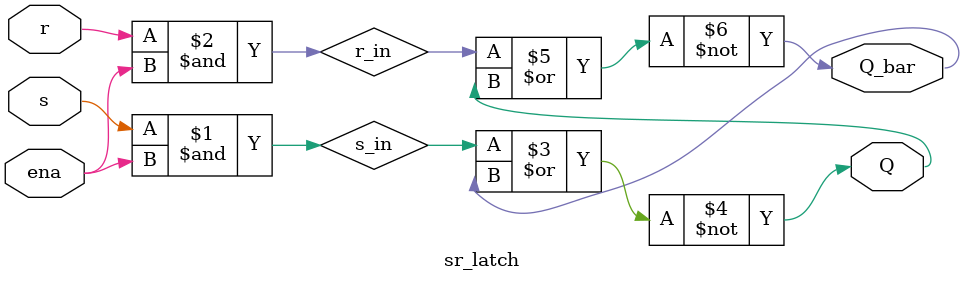
<source format=v>
/*----------------------------------
  Double edge D filp-flop
  gate level design
  by Alex Wang
-----------------------------------*/

module DFF_double_edge (
    input clk,
    input d,
    output q
);
  wire q_pos_mas, q_pos_mas_bar; 
  wire q_pos_sla, q_pos_sla_bar;
  wire q_neg_mas, q_neg_mas_bar;
  wire q_neg_sla, q_neg_sla_bar;

  sr_latch sr0(d, ~d, clk, q_neg_mas, q_neg_mas_bar);
  sr_latch sr1(q_neg_mas, q_neg_mas_bar, ~clk, q_neg_sla, q_neg_sla_bar);
  sr_latch sr2(d, ~d, ~clk, q_pos_mas, q_neg_pos_bar);
  sr_latch sr3(q_pos_mas, q_pos_mas_bar, clk, q_pos_sla, q_pos_sla_bar);
  
  assign q = clk? q_pos_sla : q_neg_sla;

endmodule


module sr_latch(
  input s,
  input r,
  input ena,
  output Q,
  output Q_bar
);
  wire s_in, r_in;
  assign s_in = s & ena;
  assign r_in = r & ena;

  nor nors(Q, s_in, Q_bar);
  nor norr(Q_bar, r_in, Q);

endmodule
</source>
